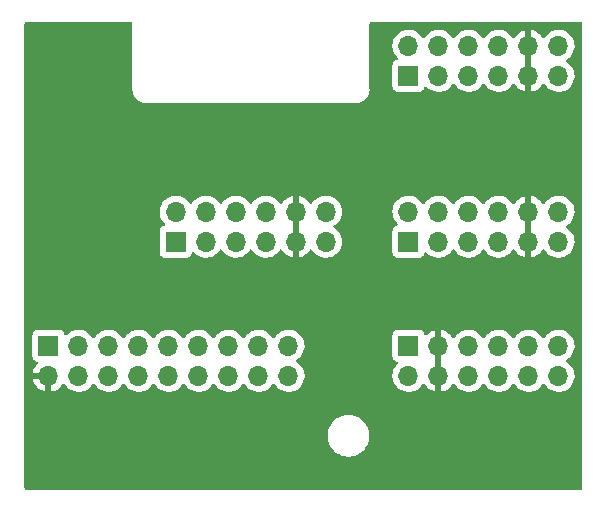
<source format=gtl>
G04 #@! TF.GenerationSoftware,KiCad,Pcbnew,6.0.9-8da3e8f707~116~ubuntu20.04.1*
G04 #@! TF.CreationDate,2022-12-23T11:26:31+01:00*
G04 #@! TF.ProjectId,z_pmod,7a5f706d-6f64-42e6-9b69-6361645f7063,rev?*
G04 #@! TF.SameCoordinates,Original*
G04 #@! TF.FileFunction,Copper,L1,Top*
G04 #@! TF.FilePolarity,Positive*
%FSLAX46Y46*%
G04 Gerber Fmt 4.6, Leading zero omitted, Abs format (unit mm)*
G04 Created by KiCad (PCBNEW 6.0.9-8da3e8f707~116~ubuntu20.04.1) date 2022-12-23 11:26:31*
%MOMM*%
%LPD*%
G01*
G04 APERTURE LIST*
G04 #@! TA.AperFunction,ComponentPad*
%ADD10R,1.700000X1.700000*%
G04 #@! TD*
G04 #@! TA.AperFunction,ComponentPad*
%ADD11O,1.700000X1.700000*%
G04 #@! TD*
G04 APERTURE END LIST*
D10*
X144780000Y-96520000D03*
D11*
X144780000Y-99060000D03*
X147320000Y-96520000D03*
X147320000Y-99060000D03*
X149860000Y-96520000D03*
X149860000Y-99060000D03*
X152400000Y-96520000D03*
X152400000Y-99060000D03*
X154940000Y-96520000D03*
X154940000Y-99060000D03*
X157480000Y-96520000D03*
X157480000Y-99060000D03*
D10*
X114300000Y-96520000D03*
D11*
X114300000Y-99060000D03*
X116840000Y-96520000D03*
X116840000Y-99060000D03*
X119380000Y-96520000D03*
X119380000Y-99060000D03*
X121920000Y-96520000D03*
X121920000Y-99060000D03*
X124460000Y-96520000D03*
X124460000Y-99060000D03*
X127000000Y-96520000D03*
X127000000Y-99060000D03*
X129540000Y-96520000D03*
X129540000Y-99060000D03*
X132080000Y-96520000D03*
X132080000Y-99060000D03*
X134620000Y-96520000D03*
X134620000Y-99060000D03*
D10*
X125080000Y-87700000D03*
D11*
X125080000Y-85160000D03*
X127620000Y-87700000D03*
X127620000Y-85160000D03*
X130160000Y-87700000D03*
X130160000Y-85160000D03*
X132700000Y-87700000D03*
X132700000Y-85160000D03*
X135240000Y-87700000D03*
X135240000Y-85160000D03*
X137780000Y-87700000D03*
X137780000Y-85160000D03*
D10*
X144780000Y-73660000D03*
D11*
X144780000Y-71120000D03*
X147320000Y-73660000D03*
X147320000Y-71120000D03*
X149860000Y-73660000D03*
X149860000Y-71120000D03*
X152400000Y-73660000D03*
X152400000Y-71120000D03*
X154940000Y-73660000D03*
X154940000Y-71120000D03*
X157480000Y-73660000D03*
X157480000Y-71120000D03*
D10*
X144780000Y-87700000D03*
D11*
X144780000Y-85160000D03*
X147320000Y-87700000D03*
X147320000Y-85160000D03*
X149860000Y-87700000D03*
X149860000Y-85160000D03*
X152400000Y-87700000D03*
X152400000Y-85160000D03*
X154940000Y-87700000D03*
X154940000Y-85160000D03*
X157480000Y-87700000D03*
X157480000Y-85160000D03*
G04 #@! TA.AperFunction,Conductor*
G36*
X121255018Y-69090000D02*
G01*
X121269853Y-69092310D01*
X121269855Y-69092310D01*
X121278724Y-69093691D01*
X121284508Y-69092935D01*
X121350868Y-69113307D01*
X121396700Y-69167528D01*
X121405165Y-69208873D01*
X121406309Y-69208723D01*
X121406309Y-69208724D01*
X121406329Y-69208873D01*
X121410436Y-69240283D01*
X121411500Y-69256621D01*
X121411500Y-74753633D01*
X121410000Y-74773018D01*
X121407690Y-74787851D01*
X121407690Y-74787855D01*
X121406309Y-74796724D01*
X121407137Y-74803054D01*
X121410623Y-74842901D01*
X121424091Y-74996844D01*
X121424092Y-74996849D01*
X121424571Y-75002325D01*
X121425995Y-75007638D01*
X121425995Y-75007640D01*
X121427324Y-75012598D01*
X121476357Y-75195594D01*
X121478680Y-75200575D01*
X121478680Y-75200576D01*
X121558591Y-75371947D01*
X121558594Y-75371952D01*
X121560917Y-75376934D01*
X121675682Y-75540835D01*
X121817165Y-75682318D01*
X121821673Y-75685475D01*
X121821676Y-75685477D01*
X121889527Y-75732986D01*
X121981066Y-75797083D01*
X121986048Y-75799406D01*
X121986053Y-75799409D01*
X122157424Y-75879320D01*
X122162406Y-75881643D01*
X122167714Y-75883065D01*
X122167716Y-75883066D01*
X122350360Y-75932005D01*
X122350362Y-75932005D01*
X122355675Y-75933429D01*
X122515102Y-75947377D01*
X122525015Y-75948643D01*
X122530204Y-75949516D01*
X122537656Y-75950770D01*
X122537659Y-75950770D01*
X122542448Y-75951576D01*
X122548724Y-75951652D01*
X122550140Y-75951670D01*
X122550143Y-75951670D01*
X122555000Y-75951729D01*
X122582624Y-75947773D01*
X122600486Y-75946500D01*
X140281750Y-75946500D01*
X140302655Y-75948246D01*
X140317656Y-75950770D01*
X140317659Y-75950770D01*
X140322448Y-75951576D01*
X140328687Y-75951652D01*
X140330140Y-75951670D01*
X140330143Y-75951670D01*
X140335000Y-75951729D01*
X140347037Y-75950005D01*
X140353878Y-75949216D01*
X140421854Y-75943269D01*
X140528844Y-75933909D01*
X140528849Y-75933908D01*
X140534325Y-75933429D01*
X140539638Y-75932005D01*
X140539640Y-75932005D01*
X140722284Y-75883066D01*
X140722286Y-75883065D01*
X140727594Y-75881643D01*
X140732576Y-75879320D01*
X140903947Y-75799409D01*
X140903952Y-75799406D01*
X140908934Y-75797083D01*
X141000473Y-75732986D01*
X141068324Y-75685477D01*
X141068327Y-75685475D01*
X141072835Y-75682318D01*
X141214318Y-75540835D01*
X141329083Y-75376934D01*
X141331406Y-75371952D01*
X141331409Y-75371947D01*
X141411320Y-75200576D01*
X141411320Y-75200575D01*
X141413643Y-75195594D01*
X141462677Y-75012598D01*
X141464005Y-75007640D01*
X141464005Y-75007638D01*
X141465429Y-75002325D01*
X141479377Y-74842898D01*
X141480644Y-74832978D01*
X141480995Y-74830896D01*
X141483576Y-74815552D01*
X141483729Y-74803000D01*
X141479773Y-74775376D01*
X141478500Y-74757514D01*
X141478500Y-71086695D01*
X143417251Y-71086695D01*
X143417548Y-71091848D01*
X143417548Y-71091851D01*
X143423011Y-71186590D01*
X143430110Y-71309715D01*
X143431247Y-71314761D01*
X143431248Y-71314767D01*
X143451119Y-71402939D01*
X143479222Y-71527639D01*
X143563266Y-71734616D01*
X143614019Y-71817438D01*
X143677291Y-71920688D01*
X143679987Y-71925088D01*
X143826250Y-72093938D01*
X143830230Y-72097242D01*
X143834981Y-72101187D01*
X143874616Y-72160090D01*
X143876113Y-72231071D01*
X143838997Y-72291593D01*
X143798725Y-72316112D01*
X143758638Y-72331140D01*
X143683295Y-72359385D01*
X143566739Y-72446739D01*
X143479385Y-72563295D01*
X143428255Y-72699684D01*
X143421500Y-72761866D01*
X143421500Y-74558134D01*
X143428255Y-74620316D01*
X143479385Y-74756705D01*
X143566739Y-74873261D01*
X143683295Y-74960615D01*
X143819684Y-75011745D01*
X143881866Y-75018500D01*
X145678134Y-75018500D01*
X145740316Y-75011745D01*
X145876705Y-74960615D01*
X145993261Y-74873261D01*
X146080615Y-74756705D01*
X146102799Y-74697529D01*
X146124598Y-74639382D01*
X146167240Y-74582618D01*
X146233802Y-74557918D01*
X146303150Y-74573126D01*
X146337817Y-74601114D01*
X146366250Y-74633938D01*
X146538126Y-74776632D01*
X146731000Y-74889338D01*
X146939692Y-74969030D01*
X146944760Y-74970061D01*
X146944763Y-74970062D01*
X147039862Y-74989410D01*
X147158597Y-75013567D01*
X147163772Y-75013757D01*
X147163774Y-75013757D01*
X147376673Y-75021564D01*
X147376677Y-75021564D01*
X147381837Y-75021753D01*
X147386957Y-75021097D01*
X147386959Y-75021097D01*
X147598288Y-74994025D01*
X147598289Y-74994025D01*
X147603416Y-74993368D01*
X147608366Y-74991883D01*
X147812429Y-74930661D01*
X147812434Y-74930659D01*
X147817384Y-74929174D01*
X148017994Y-74830896D01*
X148199860Y-74701173D01*
X148358096Y-74543489D01*
X148488453Y-74362077D01*
X148489776Y-74363028D01*
X148536645Y-74319857D01*
X148606580Y-74307625D01*
X148672026Y-74335144D01*
X148699875Y-74366994D01*
X148759987Y-74465088D01*
X148906250Y-74633938D01*
X149078126Y-74776632D01*
X149271000Y-74889338D01*
X149479692Y-74969030D01*
X149484760Y-74970061D01*
X149484763Y-74970062D01*
X149579862Y-74989410D01*
X149698597Y-75013567D01*
X149703772Y-75013757D01*
X149703774Y-75013757D01*
X149916673Y-75021564D01*
X149916677Y-75021564D01*
X149921837Y-75021753D01*
X149926957Y-75021097D01*
X149926959Y-75021097D01*
X150138288Y-74994025D01*
X150138289Y-74994025D01*
X150143416Y-74993368D01*
X150148366Y-74991883D01*
X150352429Y-74930661D01*
X150352434Y-74930659D01*
X150357384Y-74929174D01*
X150557994Y-74830896D01*
X150739860Y-74701173D01*
X150898096Y-74543489D01*
X151028453Y-74362077D01*
X151029776Y-74363028D01*
X151076645Y-74319857D01*
X151146580Y-74307625D01*
X151212026Y-74335144D01*
X151239875Y-74366994D01*
X151299987Y-74465088D01*
X151446250Y-74633938D01*
X151618126Y-74776632D01*
X151811000Y-74889338D01*
X152019692Y-74969030D01*
X152024760Y-74970061D01*
X152024763Y-74970062D01*
X152119862Y-74989410D01*
X152238597Y-75013567D01*
X152243772Y-75013757D01*
X152243774Y-75013757D01*
X152456673Y-75021564D01*
X152456677Y-75021564D01*
X152461837Y-75021753D01*
X152466957Y-75021097D01*
X152466959Y-75021097D01*
X152678288Y-74994025D01*
X152678289Y-74994025D01*
X152683416Y-74993368D01*
X152688366Y-74991883D01*
X152892429Y-74930661D01*
X152892434Y-74930659D01*
X152897384Y-74929174D01*
X153097994Y-74830896D01*
X153279860Y-74701173D01*
X153438096Y-74543489D01*
X153568453Y-74362077D01*
X153569640Y-74362930D01*
X153616960Y-74319362D01*
X153686897Y-74307145D01*
X153752338Y-74334678D01*
X153780166Y-74366511D01*
X153837694Y-74460388D01*
X153843777Y-74468699D01*
X153983213Y-74629667D01*
X153990580Y-74636883D01*
X154154434Y-74772916D01*
X154162881Y-74778831D01*
X154346756Y-74886279D01*
X154356042Y-74890729D01*
X154555001Y-74966703D01*
X154564899Y-74969579D01*
X154668250Y-74990606D01*
X154682299Y-74989410D01*
X154686000Y-74979065D01*
X154686000Y-74978517D01*
X155194000Y-74978517D01*
X155198064Y-74992359D01*
X155211478Y-74994393D01*
X155218184Y-74993534D01*
X155228262Y-74991392D01*
X155432255Y-74930191D01*
X155441842Y-74926433D01*
X155633095Y-74832739D01*
X155641945Y-74827464D01*
X155815328Y-74703792D01*
X155823200Y-74697139D01*
X155974052Y-74546812D01*
X155980730Y-74538965D01*
X156108022Y-74361819D01*
X156109279Y-74362722D01*
X156156373Y-74319362D01*
X156226311Y-74307145D01*
X156291751Y-74334678D01*
X156319579Y-74366511D01*
X156379987Y-74465088D01*
X156526250Y-74633938D01*
X156698126Y-74776632D01*
X156891000Y-74889338D01*
X157099692Y-74969030D01*
X157104760Y-74970061D01*
X157104763Y-74970062D01*
X157199862Y-74989410D01*
X157318597Y-75013567D01*
X157323772Y-75013757D01*
X157323774Y-75013757D01*
X157536673Y-75021564D01*
X157536677Y-75021564D01*
X157541837Y-75021753D01*
X157546957Y-75021097D01*
X157546959Y-75021097D01*
X157758288Y-74994025D01*
X157758289Y-74994025D01*
X157763416Y-74993368D01*
X157768366Y-74991883D01*
X157972429Y-74930661D01*
X157972434Y-74930659D01*
X157977384Y-74929174D01*
X158177994Y-74830896D01*
X158359860Y-74701173D01*
X158518096Y-74543489D01*
X158648453Y-74362077D01*
X158661995Y-74334678D01*
X158745136Y-74166453D01*
X158745137Y-74166451D01*
X158747430Y-74161811D01*
X158812370Y-73948069D01*
X158841529Y-73726590D01*
X158843156Y-73660000D01*
X158824852Y-73437361D01*
X158770431Y-73220702D01*
X158681354Y-73015840D01*
X158560014Y-72828277D01*
X158409670Y-72663051D01*
X158405619Y-72659852D01*
X158405615Y-72659848D01*
X158238414Y-72527800D01*
X158238410Y-72527798D01*
X158234359Y-72524598D01*
X158193053Y-72501796D01*
X158143084Y-72451364D01*
X158128312Y-72381921D01*
X158153428Y-72315516D01*
X158180780Y-72288909D01*
X158224603Y-72257650D01*
X158359860Y-72161173D01*
X158518096Y-72003489D01*
X158577594Y-71920689D01*
X158645435Y-71826277D01*
X158648453Y-71822077D01*
X158661995Y-71794678D01*
X158745136Y-71626453D01*
X158745137Y-71626451D01*
X158747430Y-71621811D01*
X158812370Y-71408069D01*
X158841529Y-71186590D01*
X158843156Y-71120000D01*
X158824852Y-70897361D01*
X158770431Y-70680702D01*
X158681354Y-70475840D01*
X158560014Y-70288277D01*
X158409670Y-70123051D01*
X158405619Y-70119852D01*
X158405615Y-70119848D01*
X158238414Y-69987800D01*
X158238410Y-69987798D01*
X158234359Y-69984598D01*
X158198028Y-69964542D01*
X158182136Y-69955769D01*
X158038789Y-69876638D01*
X158033920Y-69874914D01*
X158033916Y-69874912D01*
X157833087Y-69803795D01*
X157833083Y-69803794D01*
X157828212Y-69802069D01*
X157823119Y-69801162D01*
X157823116Y-69801161D01*
X157613373Y-69763800D01*
X157613367Y-69763799D01*
X157608284Y-69762894D01*
X157534452Y-69761992D01*
X157390081Y-69760228D01*
X157390079Y-69760228D01*
X157384911Y-69760165D01*
X157164091Y-69793955D01*
X156951756Y-69863357D01*
X156753607Y-69966507D01*
X156749474Y-69969610D01*
X156749471Y-69969612D01*
X156725247Y-69987800D01*
X156574965Y-70100635D01*
X156420629Y-70262138D01*
X156313204Y-70419618D01*
X156312898Y-70420066D01*
X156257987Y-70465069D01*
X156187462Y-70473240D01*
X156123715Y-70441986D01*
X156103018Y-70417502D01*
X156022426Y-70292926D01*
X156016136Y-70284757D01*
X155872806Y-70127240D01*
X155865273Y-70120215D01*
X155698139Y-69988222D01*
X155689552Y-69982517D01*
X155503117Y-69879599D01*
X155493705Y-69875369D01*
X155292959Y-69804280D01*
X155282988Y-69801646D01*
X155211837Y-69788972D01*
X155198540Y-69790432D01*
X155194000Y-69804989D01*
X155194000Y-74978517D01*
X154686000Y-74978517D01*
X154686000Y-69803102D01*
X154682082Y-69789758D01*
X154667806Y-69787771D01*
X154629324Y-69793660D01*
X154619288Y-69796051D01*
X154416868Y-69862212D01*
X154407359Y-69866209D01*
X154218463Y-69964542D01*
X154209738Y-69970036D01*
X154039433Y-70097905D01*
X154031726Y-70104748D01*
X153884590Y-70258717D01*
X153878109Y-70266722D01*
X153773498Y-70420074D01*
X153718587Y-70465076D01*
X153648062Y-70473247D01*
X153584315Y-70441993D01*
X153563618Y-70417509D01*
X153482822Y-70292617D01*
X153482820Y-70292614D01*
X153480014Y-70288277D01*
X153329670Y-70123051D01*
X153325619Y-70119852D01*
X153325615Y-70119848D01*
X153158414Y-69987800D01*
X153158410Y-69987798D01*
X153154359Y-69984598D01*
X153118028Y-69964542D01*
X153102136Y-69955769D01*
X152958789Y-69876638D01*
X152953920Y-69874914D01*
X152953916Y-69874912D01*
X152753087Y-69803795D01*
X152753083Y-69803794D01*
X152748212Y-69802069D01*
X152743119Y-69801162D01*
X152743116Y-69801161D01*
X152533373Y-69763800D01*
X152533367Y-69763799D01*
X152528284Y-69762894D01*
X152454452Y-69761992D01*
X152310081Y-69760228D01*
X152310079Y-69760228D01*
X152304911Y-69760165D01*
X152084091Y-69793955D01*
X151871756Y-69863357D01*
X151673607Y-69966507D01*
X151669474Y-69969610D01*
X151669471Y-69969612D01*
X151645247Y-69987800D01*
X151494965Y-70100635D01*
X151340629Y-70262138D01*
X151233201Y-70419621D01*
X151178293Y-70464621D01*
X151107768Y-70472792D01*
X151044021Y-70441538D01*
X151023324Y-70417054D01*
X150942822Y-70292617D01*
X150942820Y-70292614D01*
X150940014Y-70288277D01*
X150789670Y-70123051D01*
X150785619Y-70119852D01*
X150785615Y-70119848D01*
X150618414Y-69987800D01*
X150618410Y-69987798D01*
X150614359Y-69984598D01*
X150578028Y-69964542D01*
X150562136Y-69955769D01*
X150418789Y-69876638D01*
X150413920Y-69874914D01*
X150413916Y-69874912D01*
X150213087Y-69803795D01*
X150213083Y-69803794D01*
X150208212Y-69802069D01*
X150203119Y-69801162D01*
X150203116Y-69801161D01*
X149993373Y-69763800D01*
X149993367Y-69763799D01*
X149988284Y-69762894D01*
X149914452Y-69761992D01*
X149770081Y-69760228D01*
X149770079Y-69760228D01*
X149764911Y-69760165D01*
X149544091Y-69793955D01*
X149331756Y-69863357D01*
X149133607Y-69966507D01*
X149129474Y-69969610D01*
X149129471Y-69969612D01*
X149105247Y-69987800D01*
X148954965Y-70100635D01*
X148800629Y-70262138D01*
X148693201Y-70419621D01*
X148638293Y-70464621D01*
X148567768Y-70472792D01*
X148504021Y-70441538D01*
X148483324Y-70417054D01*
X148402822Y-70292617D01*
X148402820Y-70292614D01*
X148400014Y-70288277D01*
X148249670Y-70123051D01*
X148245619Y-70119852D01*
X148245615Y-70119848D01*
X148078414Y-69987800D01*
X148078410Y-69987798D01*
X148074359Y-69984598D01*
X148038028Y-69964542D01*
X148022136Y-69955769D01*
X147878789Y-69876638D01*
X147873920Y-69874914D01*
X147873916Y-69874912D01*
X147673087Y-69803795D01*
X147673083Y-69803794D01*
X147668212Y-69802069D01*
X147663119Y-69801162D01*
X147663116Y-69801161D01*
X147453373Y-69763800D01*
X147453367Y-69763799D01*
X147448284Y-69762894D01*
X147374452Y-69761992D01*
X147230081Y-69760228D01*
X147230079Y-69760228D01*
X147224911Y-69760165D01*
X147004091Y-69793955D01*
X146791756Y-69863357D01*
X146593607Y-69966507D01*
X146589474Y-69969610D01*
X146589471Y-69969612D01*
X146565247Y-69987800D01*
X146414965Y-70100635D01*
X146260629Y-70262138D01*
X146153201Y-70419621D01*
X146098293Y-70464621D01*
X146027768Y-70472792D01*
X145964021Y-70441538D01*
X145943324Y-70417054D01*
X145862822Y-70292617D01*
X145862820Y-70292614D01*
X145860014Y-70288277D01*
X145709670Y-70123051D01*
X145705619Y-70119852D01*
X145705615Y-70119848D01*
X145538414Y-69987800D01*
X145538410Y-69987798D01*
X145534359Y-69984598D01*
X145498028Y-69964542D01*
X145482136Y-69955769D01*
X145338789Y-69876638D01*
X145333920Y-69874914D01*
X145333916Y-69874912D01*
X145133087Y-69803795D01*
X145133083Y-69803794D01*
X145128212Y-69802069D01*
X145123119Y-69801162D01*
X145123116Y-69801161D01*
X144913373Y-69763800D01*
X144913367Y-69763799D01*
X144908284Y-69762894D01*
X144834452Y-69761992D01*
X144690081Y-69760228D01*
X144690079Y-69760228D01*
X144684911Y-69760165D01*
X144464091Y-69793955D01*
X144251756Y-69863357D01*
X144053607Y-69966507D01*
X144049474Y-69969610D01*
X144049471Y-69969612D01*
X144025247Y-69987800D01*
X143874965Y-70100635D01*
X143720629Y-70262138D01*
X143594743Y-70446680D01*
X143500688Y-70649305D01*
X143440989Y-70864570D01*
X143417251Y-71086695D01*
X141478500Y-71086695D01*
X141478500Y-69268250D01*
X141480246Y-69247345D01*
X141482770Y-69232344D01*
X141482770Y-69232341D01*
X141483576Y-69227552D01*
X141483704Y-69217029D01*
X141504533Y-69149157D01*
X141558750Y-69103320D01*
X141598906Y-69095094D01*
X141598723Y-69093691D01*
X141598724Y-69093691D01*
X141630286Y-69089564D01*
X141646621Y-69088500D01*
X159335633Y-69088500D01*
X159355018Y-69090000D01*
X159369853Y-69092310D01*
X159369855Y-69092310D01*
X159378724Y-69093691D01*
X159384508Y-69092935D01*
X159450868Y-69113307D01*
X159496700Y-69167528D01*
X159505165Y-69208873D01*
X159506309Y-69208723D01*
X159506309Y-69208724D01*
X159506329Y-69208873D01*
X159510436Y-69240283D01*
X159511500Y-69256621D01*
X159511500Y-108535633D01*
X159510000Y-108555018D01*
X159506309Y-108578724D01*
X159507065Y-108584508D01*
X159486693Y-108650868D01*
X159432472Y-108696700D01*
X159391127Y-108705165D01*
X159391277Y-108706309D01*
X159391276Y-108706309D01*
X159359714Y-108710436D01*
X159343379Y-108711500D01*
X112444367Y-108711500D01*
X112424982Y-108710000D01*
X112410148Y-108707690D01*
X112410145Y-108707690D01*
X112401276Y-108706309D01*
X112396065Y-108706990D01*
X112329984Y-108686706D01*
X112284150Y-108632486D01*
X112273671Y-108589778D01*
X112273729Y-108585000D01*
X112269773Y-108557376D01*
X112268500Y-108539514D01*
X112268500Y-104247655D01*
X137939858Y-104247655D01*
X137975104Y-104506638D01*
X137976412Y-104511124D01*
X137976412Y-104511126D01*
X137996098Y-104578664D01*
X138048243Y-104757567D01*
X138157668Y-104994928D01*
X138160231Y-104998837D01*
X138298410Y-105209596D01*
X138298414Y-105209601D01*
X138300976Y-105213509D01*
X138475018Y-105408506D01*
X138675970Y-105575637D01*
X138679973Y-105578066D01*
X138895422Y-105708804D01*
X138895426Y-105708806D01*
X138899419Y-105711229D01*
X139140455Y-105812303D01*
X139393783Y-105876641D01*
X139398434Y-105877109D01*
X139398438Y-105877110D01*
X139591308Y-105896531D01*
X139610867Y-105898500D01*
X139766354Y-105898500D01*
X139768679Y-105898327D01*
X139768685Y-105898327D01*
X139956000Y-105884407D01*
X139956004Y-105884406D01*
X139960652Y-105884061D01*
X139965200Y-105883032D01*
X139965206Y-105883031D01*
X140151601Y-105840853D01*
X140215577Y-105826377D01*
X140251769Y-105812303D01*
X140454824Y-105733340D01*
X140454827Y-105733339D01*
X140459177Y-105731647D01*
X140686098Y-105601951D01*
X140891357Y-105440138D01*
X141070443Y-105249763D01*
X141219424Y-105035009D01*
X141335025Y-104800593D01*
X141414707Y-104551665D01*
X141456721Y-104293693D01*
X141460142Y-104032345D01*
X141424896Y-103773362D01*
X141410473Y-103723877D01*
X141353068Y-103526932D01*
X141351757Y-103522433D01*
X141242332Y-103285072D01*
X141209519Y-103235024D01*
X141101590Y-103070404D01*
X141101586Y-103070399D01*
X141099024Y-103066491D01*
X140924982Y-102871494D01*
X140724030Y-102704363D01*
X140676844Y-102675730D01*
X140504578Y-102571196D01*
X140504574Y-102571194D01*
X140500581Y-102568771D01*
X140259545Y-102467697D01*
X140006217Y-102403359D01*
X140001566Y-102402891D01*
X140001562Y-102402890D01*
X139792271Y-102381816D01*
X139789133Y-102381500D01*
X139633646Y-102381500D01*
X139631321Y-102381673D01*
X139631315Y-102381673D01*
X139444000Y-102395593D01*
X139443996Y-102395594D01*
X139439348Y-102395939D01*
X139434800Y-102396968D01*
X139434794Y-102396969D01*
X139248399Y-102439147D01*
X139184423Y-102453623D01*
X139180071Y-102455315D01*
X139180069Y-102455316D01*
X138945176Y-102546660D01*
X138945173Y-102546661D01*
X138940823Y-102548353D01*
X138713902Y-102678049D01*
X138508643Y-102839862D01*
X138329557Y-103030237D01*
X138180576Y-103244991D01*
X138064975Y-103479407D01*
X137985293Y-103728335D01*
X137943279Y-103986307D01*
X137939858Y-104247655D01*
X112268500Y-104247655D01*
X112268500Y-99327966D01*
X112968257Y-99327966D01*
X112998565Y-99462446D01*
X113001645Y-99472275D01*
X113081770Y-99669603D01*
X113086413Y-99678794D01*
X113197694Y-99860388D01*
X113203777Y-99868699D01*
X113343213Y-100029667D01*
X113350580Y-100036883D01*
X113514434Y-100172916D01*
X113522881Y-100178831D01*
X113706756Y-100286279D01*
X113716042Y-100290729D01*
X113915001Y-100366703D01*
X113924899Y-100369579D01*
X114028250Y-100390606D01*
X114042299Y-100389410D01*
X114046000Y-100379065D01*
X114046000Y-99332115D01*
X114041525Y-99316876D01*
X114040135Y-99315671D01*
X114032452Y-99314000D01*
X112983225Y-99314000D01*
X112969694Y-99317973D01*
X112968257Y-99327966D01*
X112268500Y-99327966D01*
X112268500Y-97418134D01*
X112941500Y-97418134D01*
X112948255Y-97480316D01*
X112999385Y-97616705D01*
X113086739Y-97733261D01*
X113203295Y-97820615D01*
X113211704Y-97823767D01*
X113211705Y-97823768D01*
X113320960Y-97864726D01*
X113377725Y-97907367D01*
X113402425Y-97973929D01*
X113387218Y-98043278D01*
X113367825Y-98069759D01*
X113244590Y-98198717D01*
X113238104Y-98206727D01*
X113118098Y-98382649D01*
X113113000Y-98391623D01*
X113023338Y-98584783D01*
X113019775Y-98594470D01*
X112964389Y-98794183D01*
X112965912Y-98802607D01*
X112978292Y-98806000D01*
X114428000Y-98806000D01*
X114496121Y-98826002D01*
X114542614Y-98879658D01*
X114554000Y-98932000D01*
X114554000Y-100378517D01*
X114558064Y-100392359D01*
X114571478Y-100394393D01*
X114578184Y-100393534D01*
X114588262Y-100391392D01*
X114792255Y-100330191D01*
X114801842Y-100326433D01*
X114993095Y-100232739D01*
X115001945Y-100227464D01*
X115175328Y-100103792D01*
X115183200Y-100097139D01*
X115334052Y-99946812D01*
X115340730Y-99938965D01*
X115468022Y-99761819D01*
X115469279Y-99762722D01*
X115516373Y-99719362D01*
X115586311Y-99707145D01*
X115651751Y-99734678D01*
X115679579Y-99766511D01*
X115739987Y-99865088D01*
X115886250Y-100033938D01*
X116058126Y-100176632D01*
X116251000Y-100289338D01*
X116459692Y-100369030D01*
X116464760Y-100370061D01*
X116464763Y-100370062D01*
X116559862Y-100389410D01*
X116678597Y-100413567D01*
X116683772Y-100413757D01*
X116683774Y-100413757D01*
X116896673Y-100421564D01*
X116896677Y-100421564D01*
X116901837Y-100421753D01*
X116906957Y-100421097D01*
X116906959Y-100421097D01*
X117118288Y-100394025D01*
X117118289Y-100394025D01*
X117123416Y-100393368D01*
X117128366Y-100391883D01*
X117332429Y-100330661D01*
X117332434Y-100330659D01*
X117337384Y-100329174D01*
X117537994Y-100230896D01*
X117719860Y-100101173D01*
X117878096Y-99943489D01*
X117937594Y-99860689D01*
X118008453Y-99762077D01*
X118009776Y-99763028D01*
X118056645Y-99719857D01*
X118126580Y-99707625D01*
X118192026Y-99735144D01*
X118219875Y-99766994D01*
X118279987Y-99865088D01*
X118426250Y-100033938D01*
X118598126Y-100176632D01*
X118791000Y-100289338D01*
X118999692Y-100369030D01*
X119004760Y-100370061D01*
X119004763Y-100370062D01*
X119099862Y-100389410D01*
X119218597Y-100413567D01*
X119223772Y-100413757D01*
X119223774Y-100413757D01*
X119436673Y-100421564D01*
X119436677Y-100421564D01*
X119441837Y-100421753D01*
X119446957Y-100421097D01*
X119446959Y-100421097D01*
X119658288Y-100394025D01*
X119658289Y-100394025D01*
X119663416Y-100393368D01*
X119668366Y-100391883D01*
X119872429Y-100330661D01*
X119872434Y-100330659D01*
X119877384Y-100329174D01*
X120077994Y-100230896D01*
X120259860Y-100101173D01*
X120418096Y-99943489D01*
X120477594Y-99860689D01*
X120548453Y-99762077D01*
X120549776Y-99763028D01*
X120596645Y-99719857D01*
X120666580Y-99707625D01*
X120732026Y-99735144D01*
X120759875Y-99766994D01*
X120819987Y-99865088D01*
X120966250Y-100033938D01*
X121138126Y-100176632D01*
X121331000Y-100289338D01*
X121539692Y-100369030D01*
X121544760Y-100370061D01*
X121544763Y-100370062D01*
X121639862Y-100389410D01*
X121758597Y-100413567D01*
X121763772Y-100413757D01*
X121763774Y-100413757D01*
X121976673Y-100421564D01*
X121976677Y-100421564D01*
X121981837Y-100421753D01*
X121986957Y-100421097D01*
X121986959Y-100421097D01*
X122198288Y-100394025D01*
X122198289Y-100394025D01*
X122203416Y-100393368D01*
X122208366Y-100391883D01*
X122412429Y-100330661D01*
X122412434Y-100330659D01*
X122417384Y-100329174D01*
X122617994Y-100230896D01*
X122799860Y-100101173D01*
X122958096Y-99943489D01*
X123017594Y-99860689D01*
X123088453Y-99762077D01*
X123089776Y-99763028D01*
X123136645Y-99719857D01*
X123206580Y-99707625D01*
X123272026Y-99735144D01*
X123299875Y-99766994D01*
X123359987Y-99865088D01*
X123506250Y-100033938D01*
X123678126Y-100176632D01*
X123871000Y-100289338D01*
X124079692Y-100369030D01*
X124084760Y-100370061D01*
X124084763Y-100370062D01*
X124179862Y-100389410D01*
X124298597Y-100413567D01*
X124303772Y-100413757D01*
X124303774Y-100413757D01*
X124516673Y-100421564D01*
X124516677Y-100421564D01*
X124521837Y-100421753D01*
X124526957Y-100421097D01*
X124526959Y-100421097D01*
X124738288Y-100394025D01*
X124738289Y-100394025D01*
X124743416Y-100393368D01*
X124748366Y-100391883D01*
X124952429Y-100330661D01*
X124952434Y-100330659D01*
X124957384Y-100329174D01*
X125157994Y-100230896D01*
X125339860Y-100101173D01*
X125498096Y-99943489D01*
X125557594Y-99860689D01*
X125628453Y-99762077D01*
X125629776Y-99763028D01*
X125676645Y-99719857D01*
X125746580Y-99707625D01*
X125812026Y-99735144D01*
X125839875Y-99766994D01*
X125899987Y-99865088D01*
X126046250Y-100033938D01*
X126218126Y-100176632D01*
X126411000Y-100289338D01*
X126619692Y-100369030D01*
X126624760Y-100370061D01*
X126624763Y-100370062D01*
X126719862Y-100389410D01*
X126838597Y-100413567D01*
X126843772Y-100413757D01*
X126843774Y-100413757D01*
X127056673Y-100421564D01*
X127056677Y-100421564D01*
X127061837Y-100421753D01*
X127066957Y-100421097D01*
X127066959Y-100421097D01*
X127278288Y-100394025D01*
X127278289Y-100394025D01*
X127283416Y-100393368D01*
X127288366Y-100391883D01*
X127492429Y-100330661D01*
X127492434Y-100330659D01*
X127497384Y-100329174D01*
X127697994Y-100230896D01*
X127879860Y-100101173D01*
X128038096Y-99943489D01*
X128097594Y-99860689D01*
X128168453Y-99762077D01*
X128169776Y-99763028D01*
X128216645Y-99719857D01*
X128286580Y-99707625D01*
X128352026Y-99735144D01*
X128379875Y-99766994D01*
X128439987Y-99865088D01*
X128586250Y-100033938D01*
X128758126Y-100176632D01*
X128951000Y-100289338D01*
X129159692Y-100369030D01*
X129164760Y-100370061D01*
X129164763Y-100370062D01*
X129259862Y-100389410D01*
X129378597Y-100413567D01*
X129383772Y-100413757D01*
X129383774Y-100413757D01*
X129596673Y-100421564D01*
X129596677Y-100421564D01*
X129601837Y-100421753D01*
X129606957Y-100421097D01*
X129606959Y-100421097D01*
X129818288Y-100394025D01*
X129818289Y-100394025D01*
X129823416Y-100393368D01*
X129828366Y-100391883D01*
X130032429Y-100330661D01*
X130032434Y-100330659D01*
X130037384Y-100329174D01*
X130237994Y-100230896D01*
X130419860Y-100101173D01*
X130578096Y-99943489D01*
X130637594Y-99860689D01*
X130708453Y-99762077D01*
X130709776Y-99763028D01*
X130756645Y-99719857D01*
X130826580Y-99707625D01*
X130892026Y-99735144D01*
X130919875Y-99766994D01*
X130979987Y-99865088D01*
X131126250Y-100033938D01*
X131298126Y-100176632D01*
X131491000Y-100289338D01*
X131699692Y-100369030D01*
X131704760Y-100370061D01*
X131704763Y-100370062D01*
X131799862Y-100389410D01*
X131918597Y-100413567D01*
X131923772Y-100413757D01*
X131923774Y-100413757D01*
X132136673Y-100421564D01*
X132136677Y-100421564D01*
X132141837Y-100421753D01*
X132146957Y-100421097D01*
X132146959Y-100421097D01*
X132358288Y-100394025D01*
X132358289Y-100394025D01*
X132363416Y-100393368D01*
X132368366Y-100391883D01*
X132572429Y-100330661D01*
X132572434Y-100330659D01*
X132577384Y-100329174D01*
X132777994Y-100230896D01*
X132959860Y-100101173D01*
X133118096Y-99943489D01*
X133177594Y-99860689D01*
X133248453Y-99762077D01*
X133249776Y-99763028D01*
X133296645Y-99719857D01*
X133366580Y-99707625D01*
X133432026Y-99735144D01*
X133459875Y-99766994D01*
X133519987Y-99865088D01*
X133666250Y-100033938D01*
X133838126Y-100176632D01*
X134031000Y-100289338D01*
X134239692Y-100369030D01*
X134244760Y-100370061D01*
X134244763Y-100370062D01*
X134339862Y-100389410D01*
X134458597Y-100413567D01*
X134463772Y-100413757D01*
X134463774Y-100413757D01*
X134676673Y-100421564D01*
X134676677Y-100421564D01*
X134681837Y-100421753D01*
X134686957Y-100421097D01*
X134686959Y-100421097D01*
X134898288Y-100394025D01*
X134898289Y-100394025D01*
X134903416Y-100393368D01*
X134908366Y-100391883D01*
X135112429Y-100330661D01*
X135112434Y-100330659D01*
X135117384Y-100329174D01*
X135317994Y-100230896D01*
X135499860Y-100101173D01*
X135658096Y-99943489D01*
X135717594Y-99860689D01*
X135785435Y-99766277D01*
X135788453Y-99762077D01*
X135801995Y-99734678D01*
X135885136Y-99566453D01*
X135885137Y-99566451D01*
X135887430Y-99561811D01*
X135952370Y-99348069D01*
X135981529Y-99126590D01*
X135983156Y-99060000D01*
X135980418Y-99026695D01*
X143417251Y-99026695D01*
X143417548Y-99031848D01*
X143417548Y-99031851D01*
X143423011Y-99126590D01*
X143430110Y-99249715D01*
X143431247Y-99254761D01*
X143431248Y-99254767D01*
X143445493Y-99317973D01*
X143479222Y-99467639D01*
X143563266Y-99674616D01*
X143614019Y-99757438D01*
X143677291Y-99860688D01*
X143679987Y-99865088D01*
X143826250Y-100033938D01*
X143998126Y-100176632D01*
X144191000Y-100289338D01*
X144399692Y-100369030D01*
X144404760Y-100370061D01*
X144404763Y-100370062D01*
X144499862Y-100389410D01*
X144618597Y-100413567D01*
X144623772Y-100413757D01*
X144623774Y-100413757D01*
X144836673Y-100421564D01*
X144836677Y-100421564D01*
X144841837Y-100421753D01*
X144846957Y-100421097D01*
X144846959Y-100421097D01*
X145058288Y-100394025D01*
X145058289Y-100394025D01*
X145063416Y-100393368D01*
X145068366Y-100391883D01*
X145272429Y-100330661D01*
X145272434Y-100330659D01*
X145277384Y-100329174D01*
X145477994Y-100230896D01*
X145659860Y-100101173D01*
X145818096Y-99943489D01*
X145877594Y-99860689D01*
X145948453Y-99762077D01*
X145949640Y-99762930D01*
X145996960Y-99719362D01*
X146066897Y-99707145D01*
X146132338Y-99734678D01*
X146160166Y-99766511D01*
X146217694Y-99860388D01*
X146223777Y-99868699D01*
X146363213Y-100029667D01*
X146370580Y-100036883D01*
X146534434Y-100172916D01*
X146542881Y-100178831D01*
X146726756Y-100286279D01*
X146736042Y-100290729D01*
X146935001Y-100366703D01*
X146944899Y-100369579D01*
X147048250Y-100390606D01*
X147062299Y-100389410D01*
X147066000Y-100379065D01*
X147066000Y-100378517D01*
X147574000Y-100378517D01*
X147578064Y-100392359D01*
X147591478Y-100394393D01*
X147598184Y-100393534D01*
X147608262Y-100391392D01*
X147812255Y-100330191D01*
X147821842Y-100326433D01*
X148013095Y-100232739D01*
X148021945Y-100227464D01*
X148195328Y-100103792D01*
X148203200Y-100097139D01*
X148354052Y-99946812D01*
X148360730Y-99938965D01*
X148488022Y-99761819D01*
X148489279Y-99762722D01*
X148536373Y-99719362D01*
X148606311Y-99707145D01*
X148671751Y-99734678D01*
X148699579Y-99766511D01*
X148759987Y-99865088D01*
X148906250Y-100033938D01*
X149078126Y-100176632D01*
X149271000Y-100289338D01*
X149479692Y-100369030D01*
X149484760Y-100370061D01*
X149484763Y-100370062D01*
X149579862Y-100389410D01*
X149698597Y-100413567D01*
X149703772Y-100413757D01*
X149703774Y-100413757D01*
X149916673Y-100421564D01*
X149916677Y-100421564D01*
X149921837Y-100421753D01*
X149926957Y-100421097D01*
X149926959Y-100421097D01*
X150138288Y-100394025D01*
X150138289Y-100394025D01*
X150143416Y-100393368D01*
X150148366Y-100391883D01*
X150352429Y-100330661D01*
X150352434Y-100330659D01*
X150357384Y-100329174D01*
X150557994Y-100230896D01*
X150739860Y-100101173D01*
X150898096Y-99943489D01*
X150957594Y-99860689D01*
X151028453Y-99762077D01*
X151029776Y-99763028D01*
X151076645Y-99719857D01*
X151146580Y-99707625D01*
X151212026Y-99735144D01*
X151239875Y-99766994D01*
X151299987Y-99865088D01*
X151446250Y-100033938D01*
X151618126Y-100176632D01*
X151811000Y-100289338D01*
X152019692Y-100369030D01*
X152024760Y-100370061D01*
X152024763Y-100370062D01*
X152119862Y-100389410D01*
X152238597Y-100413567D01*
X152243772Y-100413757D01*
X152243774Y-100413757D01*
X152456673Y-100421564D01*
X152456677Y-100421564D01*
X152461837Y-100421753D01*
X152466957Y-100421097D01*
X152466959Y-100421097D01*
X152678288Y-100394025D01*
X152678289Y-100394025D01*
X152683416Y-100393368D01*
X152688366Y-100391883D01*
X152892429Y-100330661D01*
X152892434Y-100330659D01*
X152897384Y-100329174D01*
X153097994Y-100230896D01*
X153279860Y-100101173D01*
X153438096Y-99943489D01*
X153497594Y-99860689D01*
X153568453Y-99762077D01*
X153569776Y-99763028D01*
X153616645Y-99719857D01*
X153686580Y-99707625D01*
X153752026Y-99735144D01*
X153779875Y-99766994D01*
X153839987Y-99865088D01*
X153986250Y-100033938D01*
X154158126Y-100176632D01*
X154351000Y-100289338D01*
X154559692Y-100369030D01*
X154564760Y-100370061D01*
X154564763Y-100370062D01*
X154659862Y-100389410D01*
X154778597Y-100413567D01*
X154783772Y-100413757D01*
X154783774Y-100413757D01*
X154996673Y-100421564D01*
X154996677Y-100421564D01*
X155001837Y-100421753D01*
X155006957Y-100421097D01*
X155006959Y-100421097D01*
X155218288Y-100394025D01*
X155218289Y-100394025D01*
X155223416Y-100393368D01*
X155228366Y-100391883D01*
X155432429Y-100330661D01*
X155432434Y-100330659D01*
X155437384Y-100329174D01*
X155637994Y-100230896D01*
X155819860Y-100101173D01*
X155978096Y-99943489D01*
X156037594Y-99860689D01*
X156108453Y-99762077D01*
X156109776Y-99763028D01*
X156156645Y-99719857D01*
X156226580Y-99707625D01*
X156292026Y-99735144D01*
X156319875Y-99766994D01*
X156379987Y-99865088D01*
X156526250Y-100033938D01*
X156698126Y-100176632D01*
X156891000Y-100289338D01*
X157099692Y-100369030D01*
X157104760Y-100370061D01*
X157104763Y-100370062D01*
X157199862Y-100389410D01*
X157318597Y-100413567D01*
X157323772Y-100413757D01*
X157323774Y-100413757D01*
X157536673Y-100421564D01*
X157536677Y-100421564D01*
X157541837Y-100421753D01*
X157546957Y-100421097D01*
X157546959Y-100421097D01*
X157758288Y-100394025D01*
X157758289Y-100394025D01*
X157763416Y-100393368D01*
X157768366Y-100391883D01*
X157972429Y-100330661D01*
X157972434Y-100330659D01*
X157977384Y-100329174D01*
X158177994Y-100230896D01*
X158359860Y-100101173D01*
X158518096Y-99943489D01*
X158577594Y-99860689D01*
X158645435Y-99766277D01*
X158648453Y-99762077D01*
X158661995Y-99734678D01*
X158745136Y-99566453D01*
X158745137Y-99566451D01*
X158747430Y-99561811D01*
X158812370Y-99348069D01*
X158841529Y-99126590D01*
X158843156Y-99060000D01*
X158824852Y-98837361D01*
X158770431Y-98620702D01*
X158681354Y-98415840D01*
X158560014Y-98228277D01*
X158409670Y-98063051D01*
X158405619Y-98059852D01*
X158405615Y-98059848D01*
X158238414Y-97927800D01*
X158238410Y-97927798D01*
X158234359Y-97924598D01*
X158193053Y-97901796D01*
X158143084Y-97851364D01*
X158128312Y-97781921D01*
X158153428Y-97715516D01*
X158180780Y-97688909D01*
X158224603Y-97657650D01*
X158359860Y-97561173D01*
X158518096Y-97403489D01*
X158648453Y-97222077D01*
X158661995Y-97194678D01*
X158745136Y-97026453D01*
X158745137Y-97026451D01*
X158747430Y-97021811D01*
X158812370Y-96808069D01*
X158841529Y-96586590D01*
X158843156Y-96520000D01*
X158824852Y-96297361D01*
X158770431Y-96080702D01*
X158681354Y-95875840D01*
X158560014Y-95688277D01*
X158409670Y-95523051D01*
X158405619Y-95519852D01*
X158405615Y-95519848D01*
X158238414Y-95387800D01*
X158238410Y-95387798D01*
X158234359Y-95384598D01*
X158198028Y-95364542D01*
X158182136Y-95355769D01*
X158038789Y-95276638D01*
X158033920Y-95274914D01*
X158033916Y-95274912D01*
X157833087Y-95203795D01*
X157833083Y-95203794D01*
X157828212Y-95202069D01*
X157823119Y-95201162D01*
X157823116Y-95201161D01*
X157613373Y-95163800D01*
X157613367Y-95163799D01*
X157608284Y-95162894D01*
X157534452Y-95161992D01*
X157390081Y-95160228D01*
X157390079Y-95160228D01*
X157384911Y-95160165D01*
X157164091Y-95193955D01*
X156951756Y-95263357D01*
X156753607Y-95366507D01*
X156749474Y-95369610D01*
X156749471Y-95369612D01*
X156579100Y-95497530D01*
X156574965Y-95500635D01*
X156571393Y-95504373D01*
X156463729Y-95617037D01*
X156420629Y-95662138D01*
X156313201Y-95819621D01*
X156258293Y-95864621D01*
X156187768Y-95872792D01*
X156124021Y-95841538D01*
X156103324Y-95817054D01*
X156022822Y-95692617D01*
X156022820Y-95692614D01*
X156020014Y-95688277D01*
X155869670Y-95523051D01*
X155865619Y-95519852D01*
X155865615Y-95519848D01*
X155698414Y-95387800D01*
X155698410Y-95387798D01*
X155694359Y-95384598D01*
X155658028Y-95364542D01*
X155642136Y-95355769D01*
X155498789Y-95276638D01*
X155493920Y-95274914D01*
X155493916Y-95274912D01*
X155293087Y-95203795D01*
X155293083Y-95203794D01*
X155288212Y-95202069D01*
X155283119Y-95201162D01*
X155283116Y-95201161D01*
X155073373Y-95163800D01*
X155073367Y-95163799D01*
X155068284Y-95162894D01*
X154994452Y-95161992D01*
X154850081Y-95160228D01*
X154850079Y-95160228D01*
X154844911Y-95160165D01*
X154624091Y-95193955D01*
X154411756Y-95263357D01*
X154213607Y-95366507D01*
X154209474Y-95369610D01*
X154209471Y-95369612D01*
X154039100Y-95497530D01*
X154034965Y-95500635D01*
X154031393Y-95504373D01*
X153923729Y-95617037D01*
X153880629Y-95662138D01*
X153773201Y-95819621D01*
X153718293Y-95864621D01*
X153647768Y-95872792D01*
X153584021Y-95841538D01*
X153563324Y-95817054D01*
X153482822Y-95692617D01*
X153482820Y-95692614D01*
X153480014Y-95688277D01*
X153329670Y-95523051D01*
X153325619Y-95519852D01*
X153325615Y-95519848D01*
X153158414Y-95387800D01*
X153158410Y-95387798D01*
X153154359Y-95384598D01*
X153118028Y-95364542D01*
X153102136Y-95355769D01*
X152958789Y-95276638D01*
X152953920Y-95274914D01*
X152953916Y-95274912D01*
X152753087Y-95203795D01*
X152753083Y-95203794D01*
X152748212Y-95202069D01*
X152743119Y-95201162D01*
X152743116Y-95201161D01*
X152533373Y-95163800D01*
X152533367Y-95163799D01*
X152528284Y-95162894D01*
X152454452Y-95161992D01*
X152310081Y-95160228D01*
X152310079Y-95160228D01*
X152304911Y-95160165D01*
X152084091Y-95193955D01*
X151871756Y-95263357D01*
X151673607Y-95366507D01*
X151669474Y-95369610D01*
X151669471Y-95369612D01*
X151499100Y-95497530D01*
X151494965Y-95500635D01*
X151491393Y-95504373D01*
X151383729Y-95617037D01*
X151340629Y-95662138D01*
X151233201Y-95819621D01*
X151178293Y-95864621D01*
X151107768Y-95872792D01*
X151044021Y-95841538D01*
X151023324Y-95817054D01*
X150942822Y-95692617D01*
X150942820Y-95692614D01*
X150940014Y-95688277D01*
X150789670Y-95523051D01*
X150785619Y-95519852D01*
X150785615Y-95519848D01*
X150618414Y-95387800D01*
X150618410Y-95387798D01*
X150614359Y-95384598D01*
X150578028Y-95364542D01*
X150562136Y-95355769D01*
X150418789Y-95276638D01*
X150413920Y-95274914D01*
X150413916Y-95274912D01*
X150213087Y-95203795D01*
X150213083Y-95203794D01*
X150208212Y-95202069D01*
X150203119Y-95201162D01*
X150203116Y-95201161D01*
X149993373Y-95163800D01*
X149993367Y-95163799D01*
X149988284Y-95162894D01*
X149914452Y-95161992D01*
X149770081Y-95160228D01*
X149770079Y-95160228D01*
X149764911Y-95160165D01*
X149544091Y-95193955D01*
X149331756Y-95263357D01*
X149133607Y-95366507D01*
X149129474Y-95369610D01*
X149129471Y-95369612D01*
X148959100Y-95497530D01*
X148954965Y-95500635D01*
X148951393Y-95504373D01*
X148843729Y-95617037D01*
X148800629Y-95662138D01*
X148693204Y-95819618D01*
X148692898Y-95820066D01*
X148637987Y-95865069D01*
X148567462Y-95873240D01*
X148503715Y-95841986D01*
X148483018Y-95817502D01*
X148402426Y-95692926D01*
X148396136Y-95684757D01*
X148252806Y-95527240D01*
X148245273Y-95520215D01*
X148078139Y-95388222D01*
X148069552Y-95382517D01*
X147883117Y-95279599D01*
X147873705Y-95275369D01*
X147672959Y-95204280D01*
X147662988Y-95201646D01*
X147591837Y-95188972D01*
X147578540Y-95190432D01*
X147574000Y-95204989D01*
X147574000Y-100378517D01*
X147066000Y-100378517D01*
X147066000Y-95203102D01*
X147062082Y-95189758D01*
X147047806Y-95187771D01*
X147009324Y-95193660D01*
X146999288Y-95196051D01*
X146796868Y-95262212D01*
X146787359Y-95266209D01*
X146598463Y-95364542D01*
X146589738Y-95370036D01*
X146419433Y-95497905D01*
X146411726Y-95504748D01*
X146334478Y-95585584D01*
X146272954Y-95621014D01*
X146202042Y-95617557D01*
X146144255Y-95576311D01*
X146125402Y-95542763D01*
X146083767Y-95431703D01*
X146080615Y-95423295D01*
X145993261Y-95306739D01*
X145876705Y-95219385D01*
X145740316Y-95168255D01*
X145678134Y-95161500D01*
X143881866Y-95161500D01*
X143819684Y-95168255D01*
X143683295Y-95219385D01*
X143566739Y-95306739D01*
X143479385Y-95423295D01*
X143428255Y-95559684D01*
X143421500Y-95621866D01*
X143421500Y-97418134D01*
X143428255Y-97480316D01*
X143479385Y-97616705D01*
X143566739Y-97733261D01*
X143683295Y-97820615D01*
X143691704Y-97823767D01*
X143691705Y-97823768D01*
X143800451Y-97864535D01*
X143857216Y-97907176D01*
X143881916Y-97973738D01*
X143866709Y-98043087D01*
X143847316Y-98069568D01*
X143720629Y-98202138D01*
X143717720Y-98206403D01*
X143717714Y-98206411D01*
X143705409Y-98224450D01*
X143594743Y-98386680D01*
X143500688Y-98589305D01*
X143440989Y-98804570D01*
X143417251Y-99026695D01*
X135980418Y-99026695D01*
X135964852Y-98837361D01*
X135910431Y-98620702D01*
X135821354Y-98415840D01*
X135700014Y-98228277D01*
X135549670Y-98063051D01*
X135545619Y-98059852D01*
X135545615Y-98059848D01*
X135378414Y-97927800D01*
X135378410Y-97927798D01*
X135374359Y-97924598D01*
X135333053Y-97901796D01*
X135283084Y-97851364D01*
X135268312Y-97781921D01*
X135293428Y-97715516D01*
X135320780Y-97688909D01*
X135364603Y-97657650D01*
X135499860Y-97561173D01*
X135658096Y-97403489D01*
X135788453Y-97222077D01*
X135801995Y-97194678D01*
X135885136Y-97026453D01*
X135885137Y-97026451D01*
X135887430Y-97021811D01*
X135952370Y-96808069D01*
X135981529Y-96586590D01*
X135983156Y-96520000D01*
X135964852Y-96297361D01*
X135910431Y-96080702D01*
X135821354Y-95875840D01*
X135700014Y-95688277D01*
X135549670Y-95523051D01*
X135545619Y-95519852D01*
X135545615Y-95519848D01*
X135378414Y-95387800D01*
X135378410Y-95387798D01*
X135374359Y-95384598D01*
X135338028Y-95364542D01*
X135322136Y-95355769D01*
X135178789Y-95276638D01*
X135173920Y-95274914D01*
X135173916Y-95274912D01*
X134973087Y-95203795D01*
X134973083Y-95203794D01*
X134968212Y-95202069D01*
X134963119Y-95201162D01*
X134963116Y-95201161D01*
X134753373Y-95163800D01*
X134753367Y-95163799D01*
X134748284Y-95162894D01*
X134674452Y-95161992D01*
X134530081Y-95160228D01*
X134530079Y-95160228D01*
X134524911Y-95160165D01*
X134304091Y-95193955D01*
X134091756Y-95263357D01*
X133893607Y-95366507D01*
X133889474Y-95369610D01*
X133889471Y-95369612D01*
X133719100Y-95497530D01*
X133714965Y-95500635D01*
X133711393Y-95504373D01*
X133603729Y-95617037D01*
X133560629Y-95662138D01*
X133453201Y-95819621D01*
X133398293Y-95864621D01*
X133327768Y-95872792D01*
X133264021Y-95841538D01*
X133243324Y-95817054D01*
X133162822Y-95692617D01*
X133162820Y-95692614D01*
X133160014Y-95688277D01*
X133009670Y-95523051D01*
X133005619Y-95519852D01*
X133005615Y-95519848D01*
X132838414Y-95387800D01*
X132838410Y-95387798D01*
X132834359Y-95384598D01*
X132798028Y-95364542D01*
X132782136Y-95355769D01*
X132638789Y-95276638D01*
X132633920Y-95274914D01*
X132633916Y-95274912D01*
X132433087Y-95203795D01*
X132433083Y-95203794D01*
X132428212Y-95202069D01*
X132423119Y-95201162D01*
X132423116Y-95201161D01*
X132213373Y-95163800D01*
X132213367Y-95163799D01*
X132208284Y-95162894D01*
X132134452Y-95161992D01*
X131990081Y-95160228D01*
X131990079Y-95160228D01*
X131984911Y-95160165D01*
X131764091Y-95193955D01*
X131551756Y-95263357D01*
X131353607Y-95366507D01*
X131349474Y-95369610D01*
X131349471Y-95369612D01*
X131179100Y-95497530D01*
X131174965Y-95500635D01*
X131171393Y-95504373D01*
X131063729Y-95617037D01*
X131020629Y-95662138D01*
X130913201Y-95819621D01*
X130858293Y-95864621D01*
X130787768Y-95872792D01*
X130724021Y-95841538D01*
X130703324Y-95817054D01*
X130622822Y-95692617D01*
X130622820Y-95692614D01*
X130620014Y-95688277D01*
X130469670Y-95523051D01*
X130465619Y-95519852D01*
X130465615Y-95519848D01*
X130298414Y-95387800D01*
X130298410Y-95387798D01*
X130294359Y-95384598D01*
X130258028Y-95364542D01*
X130242136Y-95355769D01*
X130098789Y-95276638D01*
X130093920Y-95274914D01*
X130093916Y-95274912D01*
X129893087Y-95203795D01*
X129893083Y-95203794D01*
X129888212Y-95202069D01*
X129883119Y-95201162D01*
X129883116Y-95201161D01*
X129673373Y-95163800D01*
X129673367Y-95163799D01*
X129668284Y-95162894D01*
X129594452Y-95161992D01*
X129450081Y-95160228D01*
X129450079Y-95160228D01*
X129444911Y-95160165D01*
X129224091Y-95193955D01*
X129011756Y-95263357D01*
X128813607Y-95366507D01*
X128809474Y-95369610D01*
X128809471Y-95369612D01*
X128639100Y-95497530D01*
X128634965Y-95500635D01*
X128631393Y-95504373D01*
X128523729Y-95617037D01*
X128480629Y-95662138D01*
X128373201Y-95819621D01*
X128318293Y-95864621D01*
X128247768Y-95872792D01*
X128184021Y-95841538D01*
X128163324Y-95817054D01*
X128082822Y-95692617D01*
X128082820Y-95692614D01*
X128080014Y-95688277D01*
X127929670Y-95523051D01*
X127925619Y-95519852D01*
X127925615Y-95519848D01*
X127758414Y-95387800D01*
X127758410Y-95387798D01*
X127754359Y-95384598D01*
X127718028Y-95364542D01*
X127702136Y-95355769D01*
X127558789Y-95276638D01*
X127553920Y-95274914D01*
X127553916Y-95274912D01*
X127353087Y-95203795D01*
X127353083Y-95203794D01*
X127348212Y-95202069D01*
X127343119Y-95201162D01*
X127343116Y-95201161D01*
X127133373Y-95163800D01*
X127133367Y-95163799D01*
X127128284Y-95162894D01*
X127054452Y-95161992D01*
X126910081Y-95160228D01*
X126910079Y-95160228D01*
X126904911Y-95160165D01*
X126684091Y-95193955D01*
X126471756Y-95263357D01*
X126273607Y-95366507D01*
X126269474Y-95369610D01*
X126269471Y-95369612D01*
X126099100Y-95497530D01*
X126094965Y-95500635D01*
X126091393Y-95504373D01*
X125983729Y-95617037D01*
X125940629Y-95662138D01*
X125833201Y-95819621D01*
X125778293Y-95864621D01*
X125707768Y-95872792D01*
X125644021Y-95841538D01*
X125623324Y-95817054D01*
X125542822Y-95692617D01*
X125542820Y-95692614D01*
X125540014Y-95688277D01*
X125389670Y-95523051D01*
X125385619Y-95519852D01*
X125385615Y-95519848D01*
X125218414Y-95387800D01*
X125218410Y-95387798D01*
X125214359Y-95384598D01*
X125178028Y-95364542D01*
X125162136Y-95355769D01*
X125018789Y-95276638D01*
X125013920Y-95274914D01*
X125013916Y-95274912D01*
X124813087Y-95203795D01*
X124813083Y-95203794D01*
X124808212Y-95202069D01*
X124803119Y-95201162D01*
X124803116Y-95201161D01*
X124593373Y-95163800D01*
X124593367Y-95163799D01*
X124588284Y-95162894D01*
X124514452Y-95161992D01*
X124370081Y-95160228D01*
X124370079Y-95160228D01*
X124364911Y-95160165D01*
X124144091Y-95193955D01*
X123931756Y-95263357D01*
X123733607Y-95366507D01*
X123729474Y-95369610D01*
X123729471Y-95369612D01*
X123559100Y-95497530D01*
X123554965Y-95500635D01*
X123551393Y-95504373D01*
X123443729Y-95617037D01*
X123400629Y-95662138D01*
X123293201Y-95819621D01*
X123238293Y-95864621D01*
X123167768Y-95872792D01*
X123104021Y-95841538D01*
X123083324Y-95817054D01*
X123002822Y-95692617D01*
X123002820Y-95692614D01*
X123000014Y-95688277D01*
X122849670Y-95523051D01*
X122845619Y-95519852D01*
X122845615Y-95519848D01*
X122678414Y-95387800D01*
X122678410Y-95387798D01*
X122674359Y-95384598D01*
X122638028Y-95364542D01*
X122622136Y-95355769D01*
X122478789Y-95276638D01*
X122473920Y-95274914D01*
X122473916Y-95274912D01*
X122273087Y-95203795D01*
X122273083Y-95203794D01*
X122268212Y-95202069D01*
X122263119Y-95201162D01*
X122263116Y-95201161D01*
X122053373Y-95163800D01*
X122053367Y-95163799D01*
X122048284Y-95162894D01*
X121974452Y-95161992D01*
X121830081Y-95160228D01*
X121830079Y-95160228D01*
X121824911Y-95160165D01*
X121604091Y-95193955D01*
X121391756Y-95263357D01*
X121193607Y-95366507D01*
X121189474Y-95369610D01*
X121189471Y-95369612D01*
X121019100Y-95497530D01*
X121014965Y-95500635D01*
X121011393Y-95504373D01*
X120903729Y-95617037D01*
X120860629Y-95662138D01*
X120753201Y-95819621D01*
X120698293Y-95864621D01*
X120627768Y-95872792D01*
X120564021Y-95841538D01*
X120543324Y-95817054D01*
X120462822Y-95692617D01*
X120462820Y-95692614D01*
X120460014Y-95688277D01*
X120309670Y-95523051D01*
X120305619Y-95519852D01*
X120305615Y-95519848D01*
X120138414Y-95387800D01*
X120138410Y-95387798D01*
X120134359Y-95384598D01*
X120098028Y-95364542D01*
X120082136Y-95355769D01*
X119938789Y-95276638D01*
X119933920Y-95274914D01*
X119933916Y-95274912D01*
X119733087Y-95203795D01*
X119733083Y-95203794D01*
X119728212Y-95202069D01*
X119723119Y-95201162D01*
X119723116Y-95201161D01*
X119513373Y-95163800D01*
X119513367Y-95163799D01*
X119508284Y-95162894D01*
X119434452Y-95161992D01*
X119290081Y-95160228D01*
X119290079Y-95160228D01*
X119284911Y-95160165D01*
X119064091Y-95193955D01*
X118851756Y-95263357D01*
X118653607Y-95366507D01*
X118649474Y-95369610D01*
X118649471Y-95369612D01*
X118479100Y-95497530D01*
X118474965Y-95500635D01*
X118471393Y-95504373D01*
X118363729Y-95617037D01*
X118320629Y-95662138D01*
X118213201Y-95819621D01*
X118158293Y-95864621D01*
X118087768Y-95872792D01*
X118024021Y-95841538D01*
X118003324Y-95817054D01*
X117922822Y-95692617D01*
X117922820Y-95692614D01*
X117920014Y-95688277D01*
X117769670Y-95523051D01*
X117765619Y-95519852D01*
X117765615Y-95519848D01*
X117598414Y-95387800D01*
X117598410Y-95387798D01*
X117594359Y-95384598D01*
X117558028Y-95364542D01*
X117542136Y-95355769D01*
X117398789Y-95276638D01*
X117393920Y-95274914D01*
X117393916Y-95274912D01*
X117193087Y-95203795D01*
X117193083Y-95203794D01*
X117188212Y-95202069D01*
X117183119Y-95201162D01*
X117183116Y-95201161D01*
X116973373Y-95163800D01*
X116973367Y-95163799D01*
X116968284Y-95162894D01*
X116894452Y-95161992D01*
X116750081Y-95160228D01*
X116750079Y-95160228D01*
X116744911Y-95160165D01*
X116524091Y-95193955D01*
X116311756Y-95263357D01*
X116113607Y-95366507D01*
X116109474Y-95369610D01*
X116109471Y-95369612D01*
X115939100Y-95497530D01*
X115934965Y-95500635D01*
X115862648Y-95576311D01*
X115854283Y-95585064D01*
X115792759Y-95620494D01*
X115721846Y-95617037D01*
X115664060Y-95575791D01*
X115645207Y-95542243D01*
X115603767Y-95431703D01*
X115600615Y-95423295D01*
X115513261Y-95306739D01*
X115396705Y-95219385D01*
X115260316Y-95168255D01*
X115198134Y-95161500D01*
X113401866Y-95161500D01*
X113339684Y-95168255D01*
X113203295Y-95219385D01*
X113086739Y-95306739D01*
X112999385Y-95423295D01*
X112948255Y-95559684D01*
X112941500Y-95621866D01*
X112941500Y-97418134D01*
X112268500Y-97418134D01*
X112268500Y-85126695D01*
X123717251Y-85126695D01*
X123717548Y-85131848D01*
X123717548Y-85131851D01*
X123723011Y-85226590D01*
X123730110Y-85349715D01*
X123731247Y-85354761D01*
X123731248Y-85354767D01*
X123751119Y-85442939D01*
X123779222Y-85567639D01*
X123863266Y-85774616D01*
X123914019Y-85857438D01*
X123977291Y-85960688D01*
X123979987Y-85965088D01*
X124126250Y-86133938D01*
X124130230Y-86137242D01*
X124134981Y-86141187D01*
X124174616Y-86200090D01*
X124176113Y-86271071D01*
X124138997Y-86331593D01*
X124098725Y-86356112D01*
X124058638Y-86371140D01*
X123983295Y-86399385D01*
X123866739Y-86486739D01*
X123779385Y-86603295D01*
X123728255Y-86739684D01*
X123721500Y-86801866D01*
X123721500Y-88598134D01*
X123728255Y-88660316D01*
X123779385Y-88796705D01*
X123866739Y-88913261D01*
X123983295Y-89000615D01*
X124119684Y-89051745D01*
X124181866Y-89058500D01*
X125978134Y-89058500D01*
X126040316Y-89051745D01*
X126176705Y-89000615D01*
X126293261Y-88913261D01*
X126380615Y-88796705D01*
X126402799Y-88737529D01*
X126424598Y-88679382D01*
X126467240Y-88622618D01*
X126533802Y-88597918D01*
X126603150Y-88613126D01*
X126637817Y-88641114D01*
X126666250Y-88673938D01*
X126838126Y-88816632D01*
X127031000Y-88929338D01*
X127239692Y-89009030D01*
X127244760Y-89010061D01*
X127244763Y-89010062D01*
X127339862Y-89029410D01*
X127458597Y-89053567D01*
X127463772Y-89053757D01*
X127463774Y-89053757D01*
X127676673Y-89061564D01*
X127676677Y-89061564D01*
X127681837Y-89061753D01*
X127686957Y-89061097D01*
X127686959Y-89061097D01*
X127898288Y-89034025D01*
X127898289Y-89034025D01*
X127903416Y-89033368D01*
X127908366Y-89031883D01*
X128112429Y-88970661D01*
X128112434Y-88970659D01*
X128117384Y-88969174D01*
X128317994Y-88870896D01*
X128499860Y-88741173D01*
X128658096Y-88583489D01*
X128788453Y-88402077D01*
X128789776Y-88403028D01*
X128836645Y-88359857D01*
X128906580Y-88347625D01*
X128972026Y-88375144D01*
X128999875Y-88406994D01*
X129059987Y-88505088D01*
X129206250Y-88673938D01*
X129378126Y-88816632D01*
X129571000Y-88929338D01*
X129779692Y-89009030D01*
X129784760Y-89010061D01*
X129784763Y-89010062D01*
X129879862Y-89029410D01*
X129998597Y-89053567D01*
X130003772Y-89053757D01*
X130003774Y-89053757D01*
X130216673Y-89061564D01*
X130216677Y-89061564D01*
X130221837Y-89061753D01*
X130226957Y-89061097D01*
X130226959Y-89061097D01*
X130438288Y-89034025D01*
X130438289Y-89034025D01*
X130443416Y-89033368D01*
X130448366Y-89031883D01*
X130652429Y-88970661D01*
X130652434Y-88970659D01*
X130657384Y-88969174D01*
X130857994Y-88870896D01*
X131039860Y-88741173D01*
X131198096Y-88583489D01*
X131328453Y-88402077D01*
X131329776Y-88403028D01*
X131376645Y-88359857D01*
X131446580Y-88347625D01*
X131512026Y-88375144D01*
X131539875Y-88406994D01*
X131599987Y-88505088D01*
X131746250Y-88673938D01*
X131918126Y-88816632D01*
X132111000Y-88929338D01*
X132319692Y-89009030D01*
X132324760Y-89010061D01*
X132324763Y-89010062D01*
X132419862Y-89029410D01*
X132538597Y-89053567D01*
X132543772Y-89053757D01*
X132543774Y-89053757D01*
X132756673Y-89061564D01*
X132756677Y-89061564D01*
X132761837Y-89061753D01*
X132766957Y-89061097D01*
X132766959Y-89061097D01*
X132978288Y-89034025D01*
X132978289Y-89034025D01*
X132983416Y-89033368D01*
X132988366Y-89031883D01*
X133192429Y-88970661D01*
X133192434Y-88970659D01*
X133197384Y-88969174D01*
X133397994Y-88870896D01*
X133579860Y-88741173D01*
X133738096Y-88583489D01*
X133868453Y-88402077D01*
X133869640Y-88402930D01*
X133916960Y-88359362D01*
X133986897Y-88347145D01*
X134052338Y-88374678D01*
X134080166Y-88406511D01*
X134137694Y-88500388D01*
X134143777Y-88508699D01*
X134283213Y-88669667D01*
X134290580Y-88676883D01*
X134454434Y-88812916D01*
X134462881Y-88818831D01*
X134646756Y-88926279D01*
X134656042Y-88930729D01*
X134855001Y-89006703D01*
X134864899Y-89009579D01*
X134968250Y-89030606D01*
X134982299Y-89029410D01*
X134986000Y-89019065D01*
X134986000Y-89018517D01*
X135494000Y-89018517D01*
X135498064Y-89032359D01*
X135511478Y-89034393D01*
X135518184Y-89033534D01*
X135528262Y-89031392D01*
X135732255Y-88970191D01*
X135741842Y-88966433D01*
X135933095Y-88872739D01*
X135941945Y-88867464D01*
X136115328Y-88743792D01*
X136123200Y-88737139D01*
X136274052Y-88586812D01*
X136280730Y-88578965D01*
X136408022Y-88401819D01*
X136409279Y-88402722D01*
X136456373Y-88359362D01*
X136526311Y-88347145D01*
X136591751Y-88374678D01*
X136619579Y-88406511D01*
X136679987Y-88505088D01*
X136826250Y-88673938D01*
X136998126Y-88816632D01*
X137191000Y-88929338D01*
X137399692Y-89009030D01*
X137404760Y-89010061D01*
X137404763Y-89010062D01*
X137499862Y-89029410D01*
X137618597Y-89053567D01*
X137623772Y-89053757D01*
X137623774Y-89053757D01*
X137836673Y-89061564D01*
X137836677Y-89061564D01*
X137841837Y-89061753D01*
X137846957Y-89061097D01*
X137846959Y-89061097D01*
X138058288Y-89034025D01*
X138058289Y-89034025D01*
X138063416Y-89033368D01*
X138068366Y-89031883D01*
X138272429Y-88970661D01*
X138272434Y-88970659D01*
X138277384Y-88969174D01*
X138477994Y-88870896D01*
X138659860Y-88741173D01*
X138818096Y-88583489D01*
X138948453Y-88402077D01*
X138961995Y-88374678D01*
X139045136Y-88206453D01*
X139045137Y-88206451D01*
X139047430Y-88201811D01*
X139112370Y-87988069D01*
X139141529Y-87766590D01*
X139143156Y-87700000D01*
X139124852Y-87477361D01*
X139070431Y-87260702D01*
X138981354Y-87055840D01*
X138860014Y-86868277D01*
X138709670Y-86703051D01*
X138705619Y-86699852D01*
X138705615Y-86699848D01*
X138538414Y-86567800D01*
X138538410Y-86567798D01*
X138534359Y-86564598D01*
X138493053Y-86541796D01*
X138443084Y-86491364D01*
X138428312Y-86421921D01*
X138453428Y-86355516D01*
X138480780Y-86328909D01*
X138524603Y-86297650D01*
X138659860Y-86201173D01*
X138818096Y-86043489D01*
X138877594Y-85960689D01*
X138945435Y-85866277D01*
X138948453Y-85862077D01*
X138961995Y-85834678D01*
X139045136Y-85666453D01*
X139045137Y-85666451D01*
X139047430Y-85661811D01*
X139112370Y-85448069D01*
X139141529Y-85226590D01*
X139143156Y-85160000D01*
X139140418Y-85126695D01*
X143417251Y-85126695D01*
X143417548Y-85131848D01*
X143417548Y-85131851D01*
X143423011Y-85226590D01*
X143430110Y-85349715D01*
X143431247Y-85354761D01*
X143431248Y-85354767D01*
X143451119Y-85442939D01*
X143479222Y-85567639D01*
X143563266Y-85774616D01*
X143614019Y-85857438D01*
X143677291Y-85960688D01*
X143679987Y-85965088D01*
X143826250Y-86133938D01*
X143830230Y-86137242D01*
X143834981Y-86141187D01*
X143874616Y-86200090D01*
X143876113Y-86271071D01*
X143838997Y-86331593D01*
X143798725Y-86356112D01*
X143758638Y-86371140D01*
X143683295Y-86399385D01*
X143566739Y-86486739D01*
X143479385Y-86603295D01*
X143428255Y-86739684D01*
X143421500Y-86801866D01*
X143421500Y-88598134D01*
X143428255Y-88660316D01*
X143479385Y-88796705D01*
X143566739Y-88913261D01*
X143683295Y-89000615D01*
X143819684Y-89051745D01*
X143881866Y-89058500D01*
X145678134Y-89058500D01*
X145740316Y-89051745D01*
X145876705Y-89000615D01*
X145993261Y-88913261D01*
X146080615Y-88796705D01*
X146102799Y-88737529D01*
X146124598Y-88679382D01*
X146167240Y-88622618D01*
X146233802Y-88597918D01*
X146303150Y-88613126D01*
X146337817Y-88641114D01*
X146366250Y-88673938D01*
X146538126Y-88816632D01*
X146731000Y-88929338D01*
X146939692Y-89009030D01*
X146944760Y-89010061D01*
X146944763Y-89010062D01*
X147039862Y-89029410D01*
X147158597Y-89053567D01*
X147163772Y-89053757D01*
X147163774Y-89053757D01*
X147376673Y-89061564D01*
X147376677Y-89061564D01*
X147381837Y-89061753D01*
X147386957Y-89061097D01*
X147386959Y-89061097D01*
X147598288Y-89034025D01*
X147598289Y-89034025D01*
X147603416Y-89033368D01*
X147608366Y-89031883D01*
X147812429Y-88970661D01*
X147812434Y-88970659D01*
X147817384Y-88969174D01*
X148017994Y-88870896D01*
X148199860Y-88741173D01*
X148358096Y-88583489D01*
X148488453Y-88402077D01*
X148489776Y-88403028D01*
X148536645Y-88359857D01*
X148606580Y-88347625D01*
X148672026Y-88375144D01*
X148699875Y-88406994D01*
X148759987Y-88505088D01*
X148906250Y-88673938D01*
X149078126Y-88816632D01*
X149271000Y-88929338D01*
X149479692Y-89009030D01*
X149484760Y-89010061D01*
X149484763Y-89010062D01*
X149579862Y-89029410D01*
X149698597Y-89053567D01*
X149703772Y-89053757D01*
X149703774Y-89053757D01*
X149916673Y-89061564D01*
X149916677Y-89061564D01*
X149921837Y-89061753D01*
X149926957Y-89061097D01*
X149926959Y-89061097D01*
X150138288Y-89034025D01*
X150138289Y-89034025D01*
X150143416Y-89033368D01*
X150148366Y-89031883D01*
X150352429Y-88970661D01*
X150352434Y-88970659D01*
X150357384Y-88969174D01*
X150557994Y-88870896D01*
X150739860Y-88741173D01*
X150898096Y-88583489D01*
X151028453Y-88402077D01*
X151029776Y-88403028D01*
X151076645Y-88359857D01*
X151146580Y-88347625D01*
X151212026Y-88375144D01*
X151239875Y-88406994D01*
X151299987Y-88505088D01*
X151446250Y-88673938D01*
X151618126Y-88816632D01*
X151811000Y-88929338D01*
X152019692Y-89009030D01*
X152024760Y-89010061D01*
X152024763Y-89010062D01*
X152119862Y-89029410D01*
X152238597Y-89053567D01*
X152243772Y-89053757D01*
X152243774Y-89053757D01*
X152456673Y-89061564D01*
X152456677Y-89061564D01*
X152461837Y-89061753D01*
X152466957Y-89061097D01*
X152466959Y-89061097D01*
X152678288Y-89034025D01*
X152678289Y-89034025D01*
X152683416Y-89033368D01*
X152688366Y-89031883D01*
X152892429Y-88970661D01*
X152892434Y-88970659D01*
X152897384Y-88969174D01*
X153097994Y-88870896D01*
X153279860Y-88741173D01*
X153438096Y-88583489D01*
X153568453Y-88402077D01*
X153569640Y-88402930D01*
X153616960Y-88359362D01*
X153686897Y-88347145D01*
X153752338Y-88374678D01*
X153780166Y-88406511D01*
X153837694Y-88500388D01*
X153843777Y-88508699D01*
X153983213Y-88669667D01*
X153990580Y-88676883D01*
X154154434Y-88812916D01*
X154162881Y-88818831D01*
X154346756Y-88926279D01*
X154356042Y-88930729D01*
X154555001Y-89006703D01*
X154564899Y-89009579D01*
X154668250Y-89030606D01*
X154682299Y-89029410D01*
X154686000Y-89019065D01*
X154686000Y-89018517D01*
X155194000Y-89018517D01*
X155198064Y-89032359D01*
X155211478Y-89034393D01*
X155218184Y-89033534D01*
X155228262Y-89031392D01*
X155432255Y-88970191D01*
X155441842Y-88966433D01*
X155633095Y-88872739D01*
X155641945Y-88867464D01*
X155815328Y-88743792D01*
X155823200Y-88737139D01*
X155974052Y-88586812D01*
X155980730Y-88578965D01*
X156108022Y-88401819D01*
X156109279Y-88402722D01*
X156156373Y-88359362D01*
X156226311Y-88347145D01*
X156291751Y-88374678D01*
X156319579Y-88406511D01*
X156379987Y-88505088D01*
X156526250Y-88673938D01*
X156698126Y-88816632D01*
X156891000Y-88929338D01*
X157099692Y-89009030D01*
X157104760Y-89010061D01*
X157104763Y-89010062D01*
X157199862Y-89029410D01*
X157318597Y-89053567D01*
X157323772Y-89053757D01*
X157323774Y-89053757D01*
X157536673Y-89061564D01*
X157536677Y-89061564D01*
X157541837Y-89061753D01*
X157546957Y-89061097D01*
X157546959Y-89061097D01*
X157758288Y-89034025D01*
X157758289Y-89034025D01*
X157763416Y-89033368D01*
X157768366Y-89031883D01*
X157972429Y-88970661D01*
X157972434Y-88970659D01*
X157977384Y-88969174D01*
X158177994Y-88870896D01*
X158359860Y-88741173D01*
X158518096Y-88583489D01*
X158648453Y-88402077D01*
X158661995Y-88374678D01*
X158745136Y-88206453D01*
X158745137Y-88206451D01*
X158747430Y-88201811D01*
X158812370Y-87988069D01*
X158841529Y-87766590D01*
X158843156Y-87700000D01*
X158824852Y-87477361D01*
X158770431Y-87260702D01*
X158681354Y-87055840D01*
X158560014Y-86868277D01*
X158409670Y-86703051D01*
X158405619Y-86699852D01*
X158405615Y-86699848D01*
X158238414Y-86567800D01*
X158238410Y-86567798D01*
X158234359Y-86564598D01*
X158193053Y-86541796D01*
X158143084Y-86491364D01*
X158128312Y-86421921D01*
X158153428Y-86355516D01*
X158180780Y-86328909D01*
X158224603Y-86297650D01*
X158359860Y-86201173D01*
X158518096Y-86043489D01*
X158577594Y-85960689D01*
X158645435Y-85866277D01*
X158648453Y-85862077D01*
X158661995Y-85834678D01*
X158745136Y-85666453D01*
X158745137Y-85666451D01*
X158747430Y-85661811D01*
X158812370Y-85448069D01*
X158841529Y-85226590D01*
X158843156Y-85160000D01*
X158824852Y-84937361D01*
X158770431Y-84720702D01*
X158681354Y-84515840D01*
X158560014Y-84328277D01*
X158409670Y-84163051D01*
X158405619Y-84159852D01*
X158405615Y-84159848D01*
X158238414Y-84027800D01*
X158238410Y-84027798D01*
X158234359Y-84024598D01*
X158198028Y-84004542D01*
X158182136Y-83995769D01*
X158038789Y-83916638D01*
X158033920Y-83914914D01*
X158033916Y-83914912D01*
X157833087Y-83843795D01*
X157833083Y-83843794D01*
X157828212Y-83842069D01*
X157823119Y-83841162D01*
X157823116Y-83841161D01*
X157613373Y-83803800D01*
X157613367Y-83803799D01*
X157608284Y-83802894D01*
X157534452Y-83801992D01*
X157390081Y-83800228D01*
X157390079Y-83800228D01*
X157384911Y-83800165D01*
X157164091Y-83833955D01*
X156951756Y-83903357D01*
X156753607Y-84006507D01*
X156749474Y-84009610D01*
X156749471Y-84009612D01*
X156725247Y-84027800D01*
X156574965Y-84140635D01*
X156420629Y-84302138D01*
X156313204Y-84459618D01*
X156312898Y-84460066D01*
X156257987Y-84505069D01*
X156187462Y-84513240D01*
X156123715Y-84481986D01*
X156103018Y-84457502D01*
X156022426Y-84332926D01*
X156016136Y-84324757D01*
X155872806Y-84167240D01*
X155865273Y-84160215D01*
X155698139Y-84028222D01*
X155689552Y-84022517D01*
X155503117Y-83919599D01*
X155493705Y-83915369D01*
X155292959Y-83844280D01*
X155282988Y-83841646D01*
X155211837Y-83828972D01*
X155198540Y-83830432D01*
X155194000Y-83844989D01*
X155194000Y-89018517D01*
X154686000Y-89018517D01*
X154686000Y-83843102D01*
X154682082Y-83829758D01*
X154667806Y-83827771D01*
X154629324Y-83833660D01*
X154619288Y-83836051D01*
X154416868Y-83902212D01*
X154407359Y-83906209D01*
X154218463Y-84004542D01*
X154209738Y-84010036D01*
X154039433Y-84137905D01*
X154031726Y-84144748D01*
X153884590Y-84298717D01*
X153878109Y-84306722D01*
X153773498Y-84460074D01*
X153718587Y-84505076D01*
X153648062Y-84513247D01*
X153584315Y-84481993D01*
X153563618Y-84457509D01*
X153482822Y-84332617D01*
X153482820Y-84332614D01*
X153480014Y-84328277D01*
X153329670Y-84163051D01*
X153325619Y-84159852D01*
X153325615Y-84159848D01*
X153158414Y-84027800D01*
X153158410Y-84027798D01*
X153154359Y-84024598D01*
X153118028Y-84004542D01*
X153102136Y-83995769D01*
X152958789Y-83916638D01*
X152953920Y-83914914D01*
X152953916Y-83914912D01*
X152753087Y-83843795D01*
X152753083Y-83843794D01*
X152748212Y-83842069D01*
X152743119Y-83841162D01*
X152743116Y-83841161D01*
X152533373Y-83803800D01*
X152533367Y-83803799D01*
X152528284Y-83802894D01*
X152454452Y-83801992D01*
X152310081Y-83800228D01*
X152310079Y-83800228D01*
X152304911Y-83800165D01*
X152084091Y-83833955D01*
X151871756Y-83903357D01*
X151673607Y-84006507D01*
X151669474Y-84009610D01*
X151669471Y-84009612D01*
X151645247Y-84027800D01*
X151494965Y-84140635D01*
X151340629Y-84302138D01*
X151233201Y-84459621D01*
X151178293Y-84504621D01*
X151107768Y-84512792D01*
X151044021Y-84481538D01*
X151023324Y-84457054D01*
X150942822Y-84332617D01*
X150942820Y-84332614D01*
X150940014Y-84328277D01*
X150789670Y-84163051D01*
X150785619Y-84159852D01*
X150785615Y-84159848D01*
X150618414Y-84027800D01*
X150618410Y-84027798D01*
X150614359Y-84024598D01*
X150578028Y-84004542D01*
X150562136Y-83995769D01*
X150418789Y-83916638D01*
X150413920Y-83914914D01*
X150413916Y-83914912D01*
X150213087Y-83843795D01*
X150213083Y-83843794D01*
X150208212Y-83842069D01*
X150203119Y-83841162D01*
X150203116Y-83841161D01*
X149993373Y-83803800D01*
X149993367Y-83803799D01*
X149988284Y-83802894D01*
X149914452Y-83801992D01*
X149770081Y-83800228D01*
X149770079Y-83800228D01*
X149764911Y-83800165D01*
X149544091Y-83833955D01*
X149331756Y-83903357D01*
X149133607Y-84006507D01*
X149129474Y-84009610D01*
X149129471Y-84009612D01*
X149105247Y-84027800D01*
X148954965Y-84140635D01*
X148800629Y-84302138D01*
X148693201Y-84459621D01*
X148638293Y-84504621D01*
X148567768Y-84512792D01*
X148504021Y-84481538D01*
X148483324Y-84457054D01*
X148402822Y-84332617D01*
X148402820Y-84332614D01*
X148400014Y-84328277D01*
X148249670Y-84163051D01*
X148245619Y-84159852D01*
X148245615Y-84159848D01*
X148078414Y-84027800D01*
X148078410Y-84027798D01*
X148074359Y-84024598D01*
X148038028Y-84004542D01*
X148022136Y-83995769D01*
X147878789Y-83916638D01*
X147873920Y-83914914D01*
X147873916Y-83914912D01*
X147673087Y-83843795D01*
X147673083Y-83843794D01*
X147668212Y-83842069D01*
X147663119Y-83841162D01*
X147663116Y-83841161D01*
X147453373Y-83803800D01*
X147453367Y-83803799D01*
X147448284Y-83802894D01*
X147374452Y-83801992D01*
X147230081Y-83800228D01*
X147230079Y-83800228D01*
X147224911Y-83800165D01*
X147004091Y-83833955D01*
X146791756Y-83903357D01*
X146593607Y-84006507D01*
X146589474Y-84009610D01*
X146589471Y-84009612D01*
X146565247Y-84027800D01*
X146414965Y-84140635D01*
X146260629Y-84302138D01*
X146153201Y-84459621D01*
X146098293Y-84504621D01*
X146027768Y-84512792D01*
X145964021Y-84481538D01*
X145943324Y-84457054D01*
X145862822Y-84332617D01*
X145862820Y-84332614D01*
X145860014Y-84328277D01*
X145709670Y-84163051D01*
X145705619Y-84159852D01*
X145705615Y-84159848D01*
X145538414Y-84027800D01*
X145538410Y-84027798D01*
X145534359Y-84024598D01*
X145498028Y-84004542D01*
X145482136Y-83995769D01*
X145338789Y-83916638D01*
X145333920Y-83914914D01*
X145333916Y-83914912D01*
X145133087Y-83843795D01*
X145133083Y-83843794D01*
X145128212Y-83842069D01*
X145123119Y-83841162D01*
X145123116Y-83841161D01*
X144913373Y-83803800D01*
X144913367Y-83803799D01*
X144908284Y-83802894D01*
X144834452Y-83801992D01*
X144690081Y-83800228D01*
X144690079Y-83800228D01*
X144684911Y-83800165D01*
X144464091Y-83833955D01*
X144251756Y-83903357D01*
X144053607Y-84006507D01*
X144049474Y-84009610D01*
X144049471Y-84009612D01*
X144025247Y-84027800D01*
X143874965Y-84140635D01*
X143720629Y-84302138D01*
X143594743Y-84486680D01*
X143500688Y-84689305D01*
X143440989Y-84904570D01*
X143417251Y-85126695D01*
X139140418Y-85126695D01*
X139124852Y-84937361D01*
X139070431Y-84720702D01*
X138981354Y-84515840D01*
X138860014Y-84328277D01*
X138709670Y-84163051D01*
X138705619Y-84159852D01*
X138705615Y-84159848D01*
X138538414Y-84027800D01*
X138538410Y-84027798D01*
X138534359Y-84024598D01*
X138498028Y-84004542D01*
X138482136Y-83995769D01*
X138338789Y-83916638D01*
X138333920Y-83914914D01*
X138333916Y-83914912D01*
X138133087Y-83843795D01*
X138133083Y-83843794D01*
X138128212Y-83842069D01*
X138123119Y-83841162D01*
X138123116Y-83841161D01*
X137913373Y-83803800D01*
X137913367Y-83803799D01*
X137908284Y-83802894D01*
X137834452Y-83801992D01*
X137690081Y-83800228D01*
X137690079Y-83800228D01*
X137684911Y-83800165D01*
X137464091Y-83833955D01*
X137251756Y-83903357D01*
X137053607Y-84006507D01*
X137049474Y-84009610D01*
X137049471Y-84009612D01*
X137025247Y-84027800D01*
X136874965Y-84140635D01*
X136720629Y-84302138D01*
X136613204Y-84459618D01*
X136612898Y-84460066D01*
X136557987Y-84505069D01*
X136487462Y-84513240D01*
X136423715Y-84481986D01*
X136403018Y-84457502D01*
X136322426Y-84332926D01*
X136316136Y-84324757D01*
X136172806Y-84167240D01*
X136165273Y-84160215D01*
X135998139Y-84028222D01*
X135989552Y-84022517D01*
X135803117Y-83919599D01*
X135793705Y-83915369D01*
X135592959Y-83844280D01*
X135582988Y-83841646D01*
X135511837Y-83828972D01*
X135498540Y-83830432D01*
X135494000Y-83844989D01*
X135494000Y-89018517D01*
X134986000Y-89018517D01*
X134986000Y-83843102D01*
X134982082Y-83829758D01*
X134967806Y-83827771D01*
X134929324Y-83833660D01*
X134919288Y-83836051D01*
X134716868Y-83902212D01*
X134707359Y-83906209D01*
X134518463Y-84004542D01*
X134509738Y-84010036D01*
X134339433Y-84137905D01*
X134331726Y-84144748D01*
X134184590Y-84298717D01*
X134178109Y-84306722D01*
X134073498Y-84460074D01*
X134018587Y-84505076D01*
X133948062Y-84513247D01*
X133884315Y-84481993D01*
X133863618Y-84457509D01*
X133782822Y-84332617D01*
X133782820Y-84332614D01*
X133780014Y-84328277D01*
X133629670Y-84163051D01*
X133625619Y-84159852D01*
X133625615Y-84159848D01*
X133458414Y-84027800D01*
X133458410Y-84027798D01*
X133454359Y-84024598D01*
X133418028Y-84004542D01*
X133402136Y-83995769D01*
X133258789Y-83916638D01*
X133253920Y-83914914D01*
X133253916Y-83914912D01*
X133053087Y-83843795D01*
X133053083Y-83843794D01*
X133048212Y-83842069D01*
X133043119Y-83841162D01*
X133043116Y-83841161D01*
X132833373Y-83803800D01*
X132833367Y-83803799D01*
X132828284Y-83802894D01*
X132754452Y-83801992D01*
X132610081Y-83800228D01*
X132610079Y-83800228D01*
X132604911Y-83800165D01*
X132384091Y-83833955D01*
X132171756Y-83903357D01*
X131973607Y-84006507D01*
X131969474Y-84009610D01*
X131969471Y-84009612D01*
X131945247Y-84027800D01*
X131794965Y-84140635D01*
X131640629Y-84302138D01*
X131533201Y-84459621D01*
X131478293Y-84504621D01*
X131407768Y-84512792D01*
X131344021Y-84481538D01*
X131323324Y-84457054D01*
X131242822Y-84332617D01*
X131242820Y-84332614D01*
X131240014Y-84328277D01*
X131089670Y-84163051D01*
X131085619Y-84159852D01*
X131085615Y-84159848D01*
X130918414Y-84027800D01*
X130918410Y-84027798D01*
X130914359Y-84024598D01*
X130878028Y-84004542D01*
X130862136Y-83995769D01*
X130718789Y-83916638D01*
X130713920Y-83914914D01*
X130713916Y-83914912D01*
X130513087Y-83843795D01*
X130513083Y-83843794D01*
X130508212Y-83842069D01*
X130503119Y-83841162D01*
X130503116Y-83841161D01*
X130293373Y-83803800D01*
X130293367Y-83803799D01*
X130288284Y-83802894D01*
X130214452Y-83801992D01*
X130070081Y-83800228D01*
X130070079Y-83800228D01*
X130064911Y-83800165D01*
X129844091Y-83833955D01*
X129631756Y-83903357D01*
X129433607Y-84006507D01*
X129429474Y-84009610D01*
X129429471Y-84009612D01*
X129405247Y-84027800D01*
X129254965Y-84140635D01*
X129100629Y-84302138D01*
X128993201Y-84459621D01*
X128938293Y-84504621D01*
X128867768Y-84512792D01*
X128804021Y-84481538D01*
X128783324Y-84457054D01*
X128702822Y-84332617D01*
X128702820Y-84332614D01*
X128700014Y-84328277D01*
X128549670Y-84163051D01*
X128545619Y-84159852D01*
X128545615Y-84159848D01*
X128378414Y-84027800D01*
X128378410Y-84027798D01*
X128374359Y-84024598D01*
X128338028Y-84004542D01*
X128322136Y-83995769D01*
X128178789Y-83916638D01*
X128173920Y-83914914D01*
X128173916Y-83914912D01*
X127973087Y-83843795D01*
X127973083Y-83843794D01*
X127968212Y-83842069D01*
X127963119Y-83841162D01*
X127963116Y-83841161D01*
X127753373Y-83803800D01*
X127753367Y-83803799D01*
X127748284Y-83802894D01*
X127674452Y-83801992D01*
X127530081Y-83800228D01*
X127530079Y-83800228D01*
X127524911Y-83800165D01*
X127304091Y-83833955D01*
X127091756Y-83903357D01*
X126893607Y-84006507D01*
X126889474Y-84009610D01*
X126889471Y-84009612D01*
X126865247Y-84027800D01*
X126714965Y-84140635D01*
X126560629Y-84302138D01*
X126453201Y-84459621D01*
X126398293Y-84504621D01*
X126327768Y-84512792D01*
X126264021Y-84481538D01*
X126243324Y-84457054D01*
X126162822Y-84332617D01*
X126162820Y-84332614D01*
X126160014Y-84328277D01*
X126009670Y-84163051D01*
X126005619Y-84159852D01*
X126005615Y-84159848D01*
X125838414Y-84027800D01*
X125838410Y-84027798D01*
X125834359Y-84024598D01*
X125798028Y-84004542D01*
X125782136Y-83995769D01*
X125638789Y-83916638D01*
X125633920Y-83914914D01*
X125633916Y-83914912D01*
X125433087Y-83843795D01*
X125433083Y-83843794D01*
X125428212Y-83842069D01*
X125423119Y-83841162D01*
X125423116Y-83841161D01*
X125213373Y-83803800D01*
X125213367Y-83803799D01*
X125208284Y-83802894D01*
X125134452Y-83801992D01*
X124990081Y-83800228D01*
X124990079Y-83800228D01*
X124984911Y-83800165D01*
X124764091Y-83833955D01*
X124551756Y-83903357D01*
X124353607Y-84006507D01*
X124349474Y-84009610D01*
X124349471Y-84009612D01*
X124325247Y-84027800D01*
X124174965Y-84140635D01*
X124020629Y-84302138D01*
X123894743Y-84486680D01*
X123800688Y-84689305D01*
X123740989Y-84904570D01*
X123717251Y-85126695D01*
X112268500Y-85126695D01*
X112268500Y-69268250D01*
X112270246Y-69247345D01*
X112272770Y-69232344D01*
X112272770Y-69232341D01*
X112273576Y-69227552D01*
X112273704Y-69217029D01*
X112294533Y-69149157D01*
X112348750Y-69103320D01*
X112388906Y-69095094D01*
X112388723Y-69093691D01*
X112388724Y-69093691D01*
X112420286Y-69089564D01*
X112436621Y-69088500D01*
X121235633Y-69088500D01*
X121255018Y-69090000D01*
G37*
G04 #@! TD.AperFunction*
M02*

</source>
